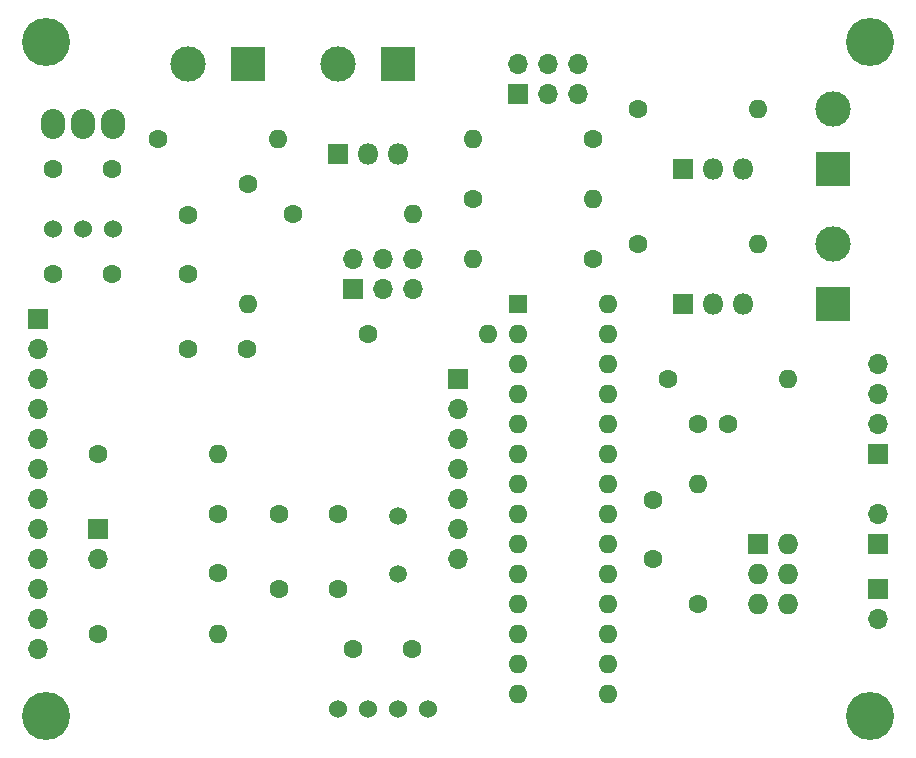
<source format=gbr>
G04 #@! TF.FileFunction,Soldermask,Bot*
%FSLAX46Y46*%
G04 Gerber Fmt 4.6, Leading zero omitted, Abs format (unit mm)*
G04 Created by KiCad (PCBNEW 4.0.5) date 03/10/17 11:38:03*
%MOMM*%
%LPD*%
G01*
G04 APERTURE LIST*
%ADD10C,0.100000*%
%ADD11C,1.600000*%
%ADD12R,1.600000X1.600000*%
%ADD13O,1.600000X1.600000*%
%ADD14R,3.000000X3.000000*%
%ADD15C,3.000000*%
%ADD16R,1.700000X1.700000*%
%ADD17O,1.700000X1.700000*%
%ADD18R,1.727200X1.727200*%
%ADD19O,1.727200X1.727200*%
%ADD20R,1.800000X1.800000*%
%ADD21O,1.800000X1.800000*%
%ADD22C,1.524000*%
%ADD23O,2.032000X2.540000*%
%ADD24C,1.500000*%
%ADD25C,4.064000*%
G04 APERTURE END LIST*
D10*
D11*
X153670000Y-116840000D03*
X158670000Y-116840000D03*
X142240000Y-101600000D03*
X147240000Y-101600000D03*
X142240000Y-110490000D03*
X147240000Y-110490000D03*
X153670000Y-110490000D03*
X153670000Y-105490000D03*
X193040000Y-134620000D03*
X193040000Y-129620000D03*
X166370000Y-130810000D03*
X161370000Y-130810000D03*
X166370000Y-137160000D03*
X161370000Y-137160000D03*
X156210000Y-130810000D03*
X156210000Y-135810000D03*
X167640000Y-142240000D03*
X172640000Y-142240000D03*
D12*
X181610000Y-113030000D03*
D13*
X189230000Y-146050000D03*
X181610000Y-115570000D03*
X189230000Y-143510000D03*
X181610000Y-118110000D03*
X189230000Y-140970000D03*
X181610000Y-120650000D03*
X189230000Y-138430000D03*
X181610000Y-123190000D03*
X189230000Y-135890000D03*
X181610000Y-125730000D03*
X189230000Y-133350000D03*
X181610000Y-128270000D03*
X189230000Y-130810000D03*
X181610000Y-130810000D03*
X189230000Y-128270000D03*
X181610000Y-133350000D03*
X189230000Y-125730000D03*
X181610000Y-135890000D03*
X189230000Y-123190000D03*
X181610000Y-138430000D03*
X189230000Y-120650000D03*
X181610000Y-140970000D03*
X189230000Y-118110000D03*
X181610000Y-143510000D03*
X189230000Y-115570000D03*
X181610000Y-146050000D03*
X189230000Y-113030000D03*
D14*
X158750000Y-92710000D03*
D15*
X153670000Y-92710000D03*
D14*
X171450000Y-92710000D03*
D15*
X166370000Y-92710000D03*
D14*
X208280000Y-101600000D03*
D15*
X208280000Y-96520000D03*
D14*
X208280000Y-113030000D03*
D15*
X208280000Y-107950000D03*
D16*
X140970000Y-114300000D03*
D17*
X140970000Y-116840000D03*
X140970000Y-119380000D03*
X140970000Y-121920000D03*
X140970000Y-124460000D03*
X140970000Y-127000000D03*
X140970000Y-129540000D03*
X140970000Y-132080000D03*
X140970000Y-134620000D03*
X140970000Y-137160000D03*
X140970000Y-139700000D03*
X140970000Y-142240000D03*
D18*
X201930000Y-133350000D03*
D19*
X204470000Y-133350000D03*
X201930000Y-135890000D03*
X204470000Y-135890000D03*
X201930000Y-138430000D03*
X204470000Y-138430000D03*
D16*
X212090000Y-137160000D03*
D17*
X212090000Y-139700000D03*
D16*
X176530000Y-119380000D03*
D17*
X176530000Y-121920000D03*
X176530000Y-124460000D03*
X176530000Y-127000000D03*
X176530000Y-129540000D03*
X176530000Y-132080000D03*
X176530000Y-134620000D03*
D16*
X212090000Y-125730000D03*
D17*
X212090000Y-123190000D03*
X212090000Y-120650000D03*
X212090000Y-118110000D03*
D16*
X212090000Y-133350000D03*
D17*
X212090000Y-130810000D03*
D16*
X167640000Y-111760000D03*
D17*
X167640000Y-109220000D03*
X170180000Y-111760000D03*
X170180000Y-109220000D03*
X172720000Y-111760000D03*
X172720000Y-109220000D03*
D16*
X181610000Y-95250000D03*
D17*
X181610000Y-92710000D03*
X184150000Y-95250000D03*
X184150000Y-92710000D03*
X186690000Y-95250000D03*
X186690000Y-92710000D03*
D16*
X146050000Y-132080000D03*
D17*
X146050000Y-134620000D03*
D20*
X166370000Y-100330000D03*
D21*
X168910000Y-100330000D03*
X171450000Y-100330000D03*
D20*
X195580000Y-101600000D03*
D21*
X198120000Y-101600000D03*
X200660000Y-101600000D03*
D20*
X195580000Y-113030000D03*
D21*
X198120000Y-113030000D03*
X200660000Y-113030000D03*
D11*
X196850000Y-138430000D03*
D13*
X196850000Y-128270000D03*
D11*
X168910000Y-115570000D03*
D13*
X179070000Y-115570000D03*
D11*
X194310000Y-119380000D03*
D13*
X204470000Y-119380000D03*
D11*
X196850000Y-123190000D03*
X199390000Y-123190000D03*
X151130000Y-99060000D03*
D13*
X161290000Y-99060000D03*
D11*
X158750000Y-102870000D03*
D13*
X158750000Y-113030000D03*
D11*
X146050000Y-125730000D03*
D13*
X156210000Y-125730000D03*
D11*
X146050000Y-140970000D03*
D13*
X156210000Y-140970000D03*
D11*
X162560000Y-105410000D03*
D13*
X172720000Y-105410000D03*
D11*
X177800000Y-104140000D03*
D13*
X187960000Y-104140000D03*
D11*
X191770000Y-107950000D03*
D13*
X201930000Y-107950000D03*
D11*
X187960000Y-109220000D03*
D13*
X177800000Y-109220000D03*
D11*
X191770000Y-96520000D03*
D13*
X201930000Y-96520000D03*
D11*
X187960000Y-99060000D03*
D13*
X177800000Y-99060000D03*
D22*
X147320000Y-106680000D03*
X144780000Y-106680000D03*
X142240000Y-106680000D03*
D23*
X144780000Y-97790000D03*
X147320000Y-97790000D03*
X142240000Y-97790000D03*
D22*
X166370000Y-147320000D03*
X168910000Y-147320000D03*
X171450000Y-147320000D03*
X173990000Y-147320000D03*
D24*
X171450000Y-135890000D03*
X171450000Y-131010000D03*
D25*
X141640000Y-90840000D03*
X211420000Y-90840000D03*
X141640000Y-147920000D03*
X211420000Y-147920000D03*
M02*

</source>
